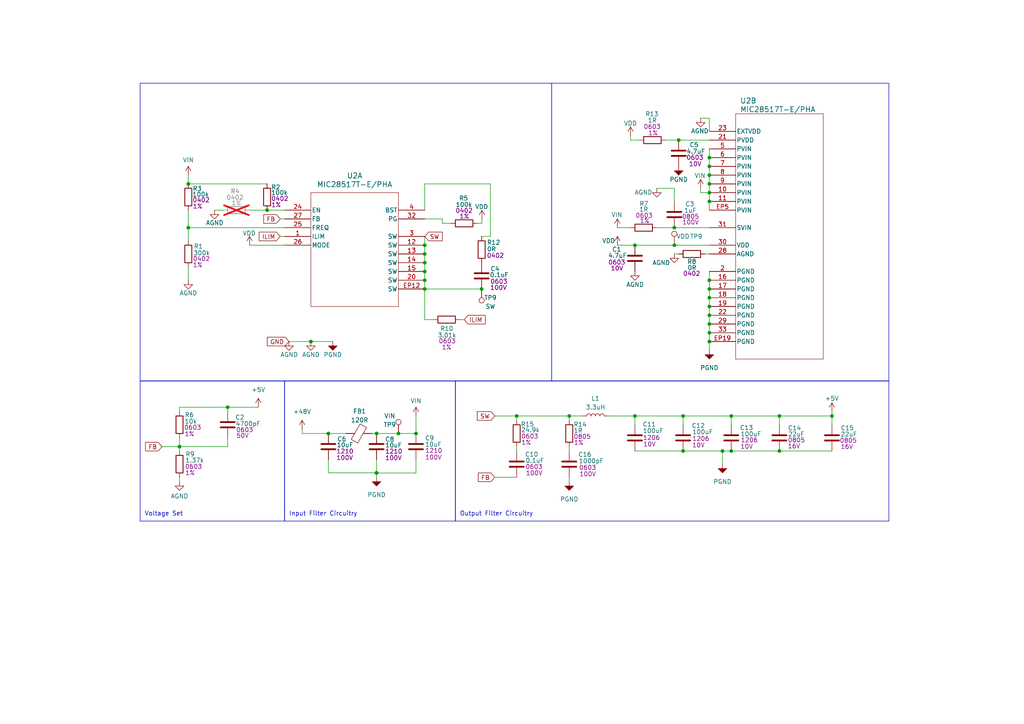
<source format=kicad_sch>
(kicad_sch (version 20230121) (generator eeschema)
  (paper "A4")
  (lib_symbols
    (symbol "Connector:TestPoint" (pin_numbers hide) (pin_names (offset 0.762) hide)
      (property "Reference" "TP" (at 0 6.858 0))
      (property "Value" "TestPoint" (at 0 5.08 0))
      (symbol "TestPoint_0_1"
        (circle (center 0 3.302) (radius 0.762))
      )
      (symbol "TestPoint_1_1"
        (pin passive line (at 0 0 90) (length 2.54) (name "1") (number "1"))
      )
    )
    (symbol "Device:C" (pin_numbers hide) (pin_names (offset 0.254))
      (property "Reference" "C" (at 0.635 2.54 0))
      (property "Value" "C" (at 0.635 -2.54 0))
      (symbol "C_0_1"
        (polyline (pts (xy -2.032 -0.762) (xy 2.032 -0.762)) (stroke (width 0.508)))
        (polyline (pts (xy -2.032 0.762) (xy 2.032 0.762)) (stroke (width 0.508)))
      )
      (symbol "C_1_1"
        (pin passive line (at 0 3.81 270) (length 2.794) (name "~") (number "1"))
        (pin passive line (at 0 -3.81 90) (length 2.794) (name "~") (number "2"))
      )
    )
    (symbol "Device:FerriteBead" (pin_numbers hide) (pin_names (offset 0))
      (property "Reference" "FB" (at -3.81 0.635 90))
      (property "Value" "FerriteBead" (at 3.81 0 90))
      (symbol "FerriteBead_0_1"
        (polyline (pts (xy 0 -1.27) (xy 0 -1.2192)))
        (polyline (pts (xy 0 1.27) (xy 0 1.2954)))
        (polyline (pts (xy -2.7686 0.4064) (xy -1.7018 2.2606) (xy 2.7686 -0.3048) (xy 1.6764 -2.159) (xy -2.7686 0.4064)))
      )
      (symbol "FerriteBead_1_1"
        (pin passive line (at 0 3.81 270) (length 2.54) (name "~") (number "1"))
        (pin passive line (at 0 -3.81 90) (length 2.54) (name "~") (number "2"))
      )
    )
    (symbol "Device:L" (pin_numbers hide) (pin_names (offset 1.016) hide)
      (property "Reference" "L" (at -1.27 0 90))
      (property "Value" "L" (at 1.905 0 90))
      (symbol "L_0_1"
        (arc (start 0 -2.54) (mid 0.6323 -1.905) (end 0 -1.27))
        (arc (start 0 -1.27) (mid 0.6323 -0.635) (end 0 0))
        (arc (start 0 0) (mid 0.6323 0.635) (end 0 1.27))
        (arc (start 0 1.27) (mid 0.6323 1.905) (end 0 2.54))
      )
      (symbol "L_1_1"
        (pin passive line (at 0 3.81 270) (length 1.27) (name "1") (number "1"))
        (pin passive line (at 0 -3.81 90) (length 1.27) (name "2") (number "2"))
      )
    )
    (symbol "Device:R" (pin_numbers hide) (pin_names (offset 0))
      (property "Reference" "R" (at 2.032 0 90))
      (property "Value" "R" (at 0 0 90))
      (symbol "R_0_1"
        (rectangle (start -1.016 -2.54) (end 1.016 2.54) (stroke (width 0.254)))
      )
      (symbol "R_1_1"
        (pin passive line (at 0 3.81 270) (length 1.27) (name "~") (number "1"))
        (pin passive line (at 0 -3.81 90) (length 1.27) (name "~") (number "2"))
      )
    )
    (symbol "MIC28517T-E-PHA:MIC28517T-E_PHA" (pin_names (offset 0.254))
      (property "Reference" "U" (at 20.32 10.16 0))
      (property "Value" "MIC28517T-E/PHA" (at 20.32 7.62 0))
      (symbol "MIC28517T-E_PHA_1_1"
        (polyline (pts (xy 7.62 -27.94) (xy 33.02 -27.94)) (stroke (width 0.127)))
        (polyline (pts (xy 7.62 5.08) (xy 7.62 -27.94)) (stroke (width 0.127)))
        (polyline (pts (xy 33.02 -27.94) (xy 33.02 5.08)) (stroke (width 0.127)))
        (polyline (pts (xy 33.02 5.08) (xy 7.62 5.08)) (stroke (width 0.127)))
        (pin input line (at 0 -7.62 0) (length 7.62) (name "ILIM") (number "1"))
        (pin output line (at 40.64 -10.16 180) (length 7.62) (name "SW") (number "12"))
        (pin output line (at 40.64 -12.7 180) (length 7.62) (name "SW") (number "13"))
        (pin output line (at 40.64 -15.24 180) (length 7.62) (name "SW") (number "14"))
        (pin output line (at 40.64 -17.78 180) (length 7.62) (name "SW") (number "15"))
        (pin output line (at 40.64 -20.32 180) (length 7.62) (name "SW") (number "20"))
        (pin input line (at 0 0 0) (length 7.62) (name "EN") (number "24"))
        (pin input line (at 0 -5.08 0) (length 7.62) (name "FREQ") (number "25"))
        (pin input line (at 0 -10.16 0) (length 7.62) (name "MODE") (number "26"))
        (pin input line (at 0 -2.54 0) (length 7.62) (name "FB") (number "27"))
        (pin output line (at 40.64 -7.62 180) (length 7.62) (name "SW") (number "3"))
        (pin output line (at 40.64 -2.54 180) (length 7.62) (name "PG") (number "32"))
        (pin output line (at 40.64 0 180) (length 7.62) (name "BST") (number "4"))
        (pin output line (at 40.64 -22.86 180) (length 7.62) (name "SW") (number "EP12"))
      )
      (symbol "MIC28517T-E_PHA_2_1"
        (polyline (pts (xy 7.62 -66.04) (xy 33.02 -66.04)) (stroke (width 0.127)))
        (polyline (pts (xy 7.62 5.08) (xy 7.62 -66.04)) (stroke (width 0.127)))
        (polyline (pts (xy 33.02 -66.04) (xy 33.02 5.08)) (stroke (width 0.127)))
        (polyline (pts (xy 33.02 5.08) (xy 7.62 5.08)) (stroke (width 0.127)))
        (pin power_in line (at 0 -17.78 0) (length 7.62) (name "PVIN") (number "10"))
        (pin power_in line (at 0 -20.32 0) (length 7.62) (name "PVIN") (number "11"))
        (pin power_out line (at 0 -43.18 0) (length 7.62) (name "PGND") (number "16"))
        (pin power_out line (at 0 -45.72 0) (length 7.62) (name "PGND") (number "17"))
        (pin power_out line (at 0 -48.26 0) (length 7.62) (name "PGND") (number "18"))
        (pin power_out line (at 0 -50.8 0) (length 7.62) (name "PGND") (number "19"))
        (pin power_out line (at 0 -40.64 0) (length 7.62) (name "PGND") (number "2"))
        (pin power_in line (at 0 -2.54 0) (length 7.62) (name "PVDD") (number "21"))
        (pin power_out line (at 0 -53.34 0) (length 7.62) (name "PGND") (number "22"))
        (pin power_in line (at 0 0 0) (length 7.62) (name "EXTVDD") (number "23"))
        (pin power_out line (at 0 -35.56 0) (length 7.62) (name "AGND") (number "28"))
        (pin power_out line (at 0 -55.88 0) (length 7.62) (name "PGND") (number "29"))
        (pin power_in line (at 0 -33.02 0) (length 7.62) (name "VDD") (number "30"))
        (pin power_in line (at 0 -27.94 0) (length 7.62) (name "SVIN") (number "31"))
        (pin power_out line (at 0 -58.42 0) (length 7.62) (name "PGND") (number "33"))
        (pin power_in line (at 0 -5.08 0) (length 7.62) (name "PVIN") (number "5"))
        (pin power_in line (at 0 -7.62 0) (length 7.62) (name "PVIN") (number "6"))
        (pin power_in line (at 0 -10.16 0) (length 7.62) (name "PVIN") (number "7"))
        (pin power_in line (at 0 -12.7 0) (length 7.62) (name "PVIN") (number "8"))
        (pin power_in line (at 0 -15.24 0) (length 7.62) (name "PVIN") (number "9"))
        (pin power_out line (at 0 -60.96 0) (length 7.62) (name "PGND") (number "EP19"))
        (pin power_in line (at 0 -22.86 0) (length 7.62) (name "PVIN") (number "EP5"))
      )
    )
    (symbol "power:+48V" (power) (pin_names (offset 0))
      (property "Value" "+48V" (at 0 3.556 0))
      (symbol "+48V_0_1"
        (polyline (pts (xy -0.762 1.27) (xy 0 2.54)))
        (polyline (pts (xy 0 0) (xy 0 2.54)))
        (polyline (pts (xy 0 2.54) (xy 0.762 1.27)))
      )
      (symbol "+48V_1_1"
        (pin power_in line (at 0 0 90) (length 0) hide (name "+48V") (number "1"))
      )
    )
    (symbol "power:+5V" (power) (pin_names (offset 0))
      (property "Value" "+5V" (at 0 3.556 0))
      (symbol "+5V_0_1"
        (polyline (pts (xy -0.762 1.27) (xy 0 2.54)))
        (polyline (pts (xy 0 0) (xy 0 2.54)))
        (polyline (pts (xy 0 2.54) (xy 0.762 1.27)))
      )
      (symbol "+5V_1_1"
        (pin power_in line (at 0 0 90) (length 0) hide (name "+5V") (number "1"))
      )
    )
    (symbol "power:GND" (power) (pin_names (offset 0))
      (property "Value" "AGND" (at 0 -4.2048 0))
      (symbol "GND_0_1"
        (polyline (pts (xy 0 0) (xy 0 -1.27) (xy 1.27 -1.27) (xy 0 -2.54) (xy -1.27 -1.27) (xy 0 -1.27)))
      )
      (symbol "GND_1_1"
        (pin power_in line (at 0 0 270) (length 0) hide (name "AGND") (number "1"))
      )
    )
    (symbol "power:GND1" (power) (pin_names (offset 0))
      (property "Value" "PGND" (at 0 -5.08 0))
      (symbol "GND1_1_1"
        (polyline (pts (xy 0 0) (xy 0 -1.27) (xy 1.27 -1.27) (xy 0 -2.54) (xy -1.27 -1.27) (xy 0 -1.27)) (fill (type outline)))
        (pin power_in line (at 0 0 270) (length 0) hide (name "PGND") (number "1"))
      )
    )
    (symbol "power:VCC" (power) (pin_names (offset 0))
      (property "Value" "VIN" (at 0 4.3872 0))
      (symbol "VCC_0_1"
        (polyline (pts (xy -0.762 1.27) (xy 0 2.54)))
        (polyline (pts (xy 0 0) (xy 0 2.54)))
        (polyline (pts (xy 0 2.54) (xy 0.762 1.27)))
      )
      (symbol "VCC_1_1"
        (pin power_in line (at 0 0 90) (length 0) hide (name "VIN") (number "1"))
      )
    )
    (symbol "power:VDD" (power) (pin_names (offset 0))
      (property "Value" "VDD" (at 0 3.81 0))
      (symbol "VDD_0_1"
        (polyline (pts (xy -0.762 1.27) (xy 0 2.54)))
        (polyline (pts (xy 0 0) (xy 0 2.54)))
        (polyline (pts (xy 0 2.54) (xy 0.762 1.27)))
      )
      (symbol "VDD_1_1"
        (pin power_in line (at 0 0 90) (length 0) hide (name "VDD") (number "1"))
      )
    )
  )
  (junction (at 109.22 137.1853))
  (junction (at 184.15 120.65))
  (junction (at 205.74 88.9))
  (junction (at 205.74 91.44))
  (junction (at 205.74 96.52))
  (junction (at 123.19 71.12))
  (junction (at 198.12 130.81))
  (junction (at 205.74 83.82))
  (junction (at 123.19 76.2))
  (junction (at 212.09 120.65))
  (junction (at 205.74 45.72))
  (junction (at 196.85 40.64))
  (junction (at 149.86 120.65))
  (junction (at 120.65 125.73))
  (junction (at 205.74 93.98))
  (junction (at 123.19 81.28))
  (junction (at 54.61 66.04))
  (junction (at 205.74 58.42))
  (junction (at 123.19 73.66))
  (junction (at 241.3 120.65))
  (junction (at 205.74 99.06))
  (junction (at 205.74 48.26))
  (junction (at 209.55 130.81))
  (junction (at 195.58 71.12))
  (junction (at 165.1 120.65))
  (junction (at 212.09 130.81))
  (junction (at 109.22 125.73))
  (junction (at 109.22 137.1446))
  (junction (at 184.15 71.12))
  (junction (at 205.74 55.88))
  (junction (at 139.7 83.82))
  (junction (at 198.12 120.65))
  (junction (at 77.47 60.96))
  (junction (at 226.06 120.65))
  (junction (at 123.19 83.82))
  (junction (at 54.61 53.34))
  (junction (at 115.57 125.73))
  (junction (at 66.04 118.11))
  (junction (at 95.25 125.73))
  (junction (at 123.19 78.74))
  (junction (at 205.74 53.34))
  (junction (at 52.07 129.54))
  (junction (at 226.06 130.81))
  (junction (at 205.74 86.36))
  (junction (at 195.58 66.04))
  (junction (at 205.74 50.8))
  (junction (at 205.74 81.28))
  (junction (at 90.17 99.06))
  (wire (pts (xy 179.07 66.04) (xy 182.88 66.04)))
  (wire (pts (xy 205.74 86.36) (xy 205.74 88.9)))
  (wire (pts (xy 107.95 125.73) (xy 109.22 125.73)))
  (wire (pts (xy 109.22 125.73) (xy 115.57 125.73)))
  (wire (pts (xy 184.15 71.12) (xy 195.58 71.12)))
  (wire (pts (xy 120.65 120.65) (xy 120.65 125.73)))
  (wire (pts (xy 52.07 127) (xy 52.07 129.54)))
  (wire (pts (xy 205.74 93.98) (xy 205.74 96.52)))
  (wire (pts (xy 52.07 129.54) (xy 66.04 129.54)))
  (wire (pts (xy 176.53 120.65) (xy 184.15 120.65)))
  (wire (pts (xy 46.99 129.54) (xy 52.07 129.54)))
  (wire (pts (xy 109.22 137.1853) (xy 120.65 137.1853)))
  (wire (pts (xy 123.19 83.82) (xy 139.7 83.82)))
  (wire (pts (xy 205.74 99.06) (xy 205.74 101.6)))
  (wire (pts (xy 205.74 96.52) (xy 205.74 99.06)))
  (wire (pts (xy 139.7847 64.77) (xy 139.7847 63.5563)))
  (wire (pts (xy 205.74 45.72) (xy 205.74 48.26)))
  (wire (pts (xy 184.15 130.81) (xy 198.12 130.81)))
  (wire (pts (xy 81.28 68.58) (xy 82.55 68.58)))
  (wire (pts (xy 123.19 78.74) (xy 123.19 81.28)))
  (wire (pts (xy 212.09 130.81) (xy 226.06 130.81)))
  (wire (pts (xy 52.07 118.11) (xy 52.07 119.38)))
  (wire (pts (xy 109.22 137.1446) (xy 109.22 137.1853)))
  (wire (pts (xy 123.19 63.5) (xy 128.27 63.5)))
  (wire (pts (xy 109.22 137.1446) (xy 109.22 133.35)))
  (wire (pts (xy 182.88 40.64) (xy 185.42 40.64)))
  (wire (pts (xy 123.19 76.2) (xy 123.19 78.74)))
  (wire (pts (xy 182.88 39.37) (xy 182.88 40.64)))
  (wire (pts (xy 142.24 68.58) (xy 139.7 68.58)))
  (wire (pts (xy 133.35 92.71) (xy 134.62 92.71)))
  (wire (pts (xy 205.74 50.8) (xy 205.74 53.34)))
  (wire (pts (xy 128.27 64.77) (xy 128.27 63.5)))
  (wire (pts (xy 123.19 53.34) (xy 123.19 60.96)))
  (wire (pts (xy 209.55 134.62) (xy 209.55 130.81)))
  (wire (pts (xy 205.74 48.26) (xy 205.74 50.8)))
  (wire (pts (xy 226.06 123.19) (xy 226.06 120.65)))
  (wire (pts (xy 203.2 55.88) (xy 205.74 55.88)))
  (wire (pts (xy 212.09 123.19) (xy 212.09 120.65)))
  (wire (pts (xy 54.61 66.04) (xy 82.55 66.04)))
  (wire (pts (xy 195.58 71.12) (xy 205.74 71.12)))
  (wire (pts (xy 226.06 130.81) (xy 241.3 130.81)))
  (wire (pts (xy 198.12 120.65) (xy 212.09 120.65)))
  (wire (pts (xy 52.07 138.43) (xy 52.07 139.7)))
  (wire (pts (xy 123.19 73.66) (xy 123.19 76.2)))
  (wire (pts (xy 81.28 63.5) (xy 82.55 63.5)))
  (wire (pts (xy 205.74 58.42) (xy 205.74 60.96)))
  (wire (pts (xy 165.1 121.92) (xy 165.1 120.65)))
  (wire (pts (xy 54.61 50.8) (xy 54.61 53.34)))
  (wire (pts (xy 120.65 137.1853) (xy 120.65 133.35)))
  (wire (pts (xy 198.12 120.65) (xy 184.15 120.65)))
  (wire (pts (xy 165.1 120.65) (xy 168.91 120.65)))
  (wire (pts (xy 149.86 129.54) (xy 149.86 130.81)))
  (wire (pts (xy 87.63 125.73) (xy 95.25 125.73)))
  (wire (pts (xy 142.24 53.34) (xy 142.24 68.58)))
  (wire (pts (xy 54.61 66.04) (xy 54.61 69.85)))
  (wire (pts (xy 138.43 64.77) (xy 139.7847 64.77)))
  (wire (pts (xy 87.63 124.46) (xy 87.63 125.73)))
  (wire (pts (xy 123.19 81.28) (xy 123.19 83.82)))
  (wire (pts (xy 115.57 125.73) (xy 120.65 125.73)))
  (wire (pts (xy 195.58 54.61) (xy 195.58 58.42)))
  (wire (pts (xy 123.19 71.12) (xy 123.19 73.66)))
  (wire (pts (xy 241.3 119.38) (xy 241.3 120.65)))
  (wire (pts (xy 149.86 120.65) (xy 149.86 121.92)))
  (wire (pts (xy 241.3 120.65) (xy 226.06 120.65)))
  (wire (pts (xy 72.39 71.12) (xy 82.55 71.12)))
  (wire (pts (xy 196.85 40.64) (xy 205.74 40.64)))
  (wire (pts (xy 205.74 91.44) (xy 205.74 93.98)))
  (wire (pts (xy 205.74 83.82) (xy 205.74 86.36)))
  (wire (pts (xy 123.19 53.34) (xy 142.24 53.34)))
  (wire (pts (xy 195.58 66.04) (xy 205.74 66.04)))
  (wire (pts (xy 72.39 60.96) (xy 77.47 60.96)))
  (wire (pts (xy 198.12 123.19) (xy 198.12 120.65)))
  (wire (pts (xy 195.58 73.66) (xy 196.85 73.66)))
  (wire (pts (xy 205.74 53.34) (xy 205.74 55.88)))
  (wire (pts (xy 143.51 138.43) (xy 149.86 138.43)))
  (wire (pts (xy 203.2 54.61) (xy 203.2 55.88)))
  (wire (pts (xy 128.27 64.77) (xy 130.81 64.77)))
  (wire (pts (xy 241.3 123.19) (xy 241.3 120.65)))
  (wire (pts (xy 123.19 83.82) (xy 123.19 92.71)))
  (wire (pts (xy 204.47 73.66) (xy 205.74 73.66)))
  (wire (pts (xy 149.86 120.65) (xy 165.1 120.65)))
  (wire (pts (xy 62.23 60.96) (xy 64.77 60.96)))
  (wire (pts (xy 205.74 81.28) (xy 205.74 83.82)))
  (wire (pts (xy 226.06 120.65) (xy 212.09 120.65)))
  (wire (pts (xy 66.04 119.38) (xy 66.04 118.11)))
  (wire (pts (xy 205.74 34.29) (xy 205.74 38.1)))
  (wire (pts (xy 109.22 137.1853) (xy 109.22 138.43)))
  (wire (pts (xy 95.25 125.73) (xy 100.33 125.73)))
  (wire (pts (xy 66.04 127) (xy 66.04 129.54)))
  (wire (pts (xy 66.04 118.11) (xy 74.93 118.11)))
  (wire (pts (xy 95.25 137.1446) (xy 109.22 137.1446)))
  (wire (pts (xy 190.5 54.61) (xy 195.58 54.61)))
  (wire (pts (xy 205.74 78.74) (xy 205.74 81.28)))
  (wire (pts (xy 54.61 60.96) (xy 54.61 66.04)))
  (wire (pts (xy 205.74 88.9) (xy 205.74 91.44)))
  (wire (pts (xy 165.1 138.43) (xy 165.1 139.7)))
  (wire (pts (xy 54.61 77.47) (xy 54.61 81.28)))
  (wire (pts (xy 184.15 120.65) (xy 184.15 123.19)))
  (wire (pts (xy 123.19 68.58) (xy 123.19 71.12)))
  (wire (pts (xy 143.51 120.65) (xy 149.86 120.65)))
  (wire (pts (xy 205.74 43.18) (xy 205.74 45.72)))
  (wire (pts (xy 165.1 129.54) (xy 165.1 130.81)))
  (wire (pts (xy 77.47 60.96) (xy 82.55 60.96)))
  (wire (pts (xy 54.61 53.34) (xy 77.47 53.34)))
  (wire (pts (xy 83.82 99.06) (xy 90.17 99.06)))
  (wire (pts (xy 52.07 129.54) (xy 52.07 130.81)))
  (wire (pts (xy 205.74 55.88) (xy 205.74 58.42)))
  (wire (pts (xy 90.17 99.06) (xy 96.52 99.06)))
  (wire (pts (xy 95.25 137.1446) (xy 95.25 133.35)))
  (wire (pts (xy 190.5 66.04) (xy 195.58 66.04)))
  (wire (pts (xy 125.73 92.71) (xy 123.19 92.71)))
  (wire (pts (xy 52.07 118.11) (xy 66.04 118.11)))
  (wire (pts (xy 193.04 40.64) (xy 196.85 40.64)))
  (wire (pts (xy 198.12 130.81) (xy 209.55 130.81)))
  (wire (pts (xy 203.2 34.29) (xy 205.74 34.29)))
  (wire (pts (xy 179.07 71.12) (xy 184.15 71.12)))
  (wire (pts (xy 209.55 130.81) (xy 212.09 130.81)))
  (rectangle (start 132.08 110.49) (end 257.81 151.13))
  (rectangle (start 160.02 24.13) (end 257.81 110.49))
  (rectangle (start 40.64 24.13) (end 160.02 110.49))
  (rectangle (start 40.64 110.49) (end 82.55 151.13))
  (rectangle (start 82.55 110.49) (end 132.08 151.13))
  (text "Voltage Set" (at 41.91 149.86 0) (effects (font (size 1.27 1.27)) (justify left bottom)))
  (text "Input Filter Circuitry" (at 83.82 149.86 0) (effects (font (size 1.27 1.27)) (justify left bottom)))
  (text "Output Filter Circuitry" (at 133.35 149.86 0) (effects (font (size 1.27 1.27)) (justify left bottom)))
  (global_label "ILIM" (shape input) (at 81.28 68.58 180) (property "Intersheetrefs" "${INTERSHEET_REFS}" (effects hide)))
  (global_label "FB" (shape input) (at 143.51 138.43 180) (property "Intersheetrefs" "${INTERSHEET_REFS}" (effects hide)))
  (global_label "GND" (shape input) (at 83.82 99.06 180) (property "Intersheetrefs" "${INTERSHEET_REFS}" (effects hide)))
  (global_label "FB" (shape input) (at 46.99 129.54 180) (property "Intersheetrefs" "${INTERSHEET_REFS}" (effects hide)))
  (global_label "SW" (shape input) (at 143.51 120.65 180) (property "Intersheetrefs" "${INTERSHEET_REFS}" (effects hide)))
  (global_label "FB" (shape input) (at 81.28 63.5 180) (property "Intersheetrefs" "${INTERSHEET_REFS}" (effects hide)))
  (global_label "ILIM" (shape input) (at 134.62 92.71 0) (property "Intersheetrefs" "${INTERSHEET_REFS}" (effects hide)))
  (global_label "SW" (shape input) (at 123.19 68.58 0) (property "Intersheetrefs" "${INTERSHEET_REFS}" (effects hide)))
  (symbol (lib_id "power:+5V") (at 241.3 119.38 0) (unit 1)
    (property "Reference" "#PWR047" (effects hide))
    (property "Value" "+5V" (at 241.3 115.57 0))
  )
  (symbol (lib_id "Device:R") (at 129.54 92.71 90) (unit 1)
    (property "Reference" "R10" (at 129.5806 95.304 90))
    (property "Value" "3.01k" (at 129.6333 97.2393 90))
    (property "Footprint" "Resistor_SMD:R_0603_1608Metric_Pad0.98x0.95mm_HandSolder" (effects hide))
    (property "Voltage" "N/A" (effects hide))
    (property "Package" "0603" (at 129.7146 98.9062 90))
    (property "Tolerance" "1%" (at 129.552 100.695 90))
    (property "Vendor" "https://www.digikey.com/en/products/detail/yageo/RC0603FR-073K01L/727121?s=N4IgTCBcDaIMwEYEFo4DoAMCDSAJASgCr7IByAIiALoC%2BQA" (effects hide))
  )
  (symbol (lib_id "Device:C") (at 149.86 134.62 0) (unit 1)
    (property "Reference" "C10" (at 152.2531 131.7843 0) (effects (justify left)))
    (property "Value" "0.1uF" (at 152.3751 133.5731 0) (effects (justify left)))
    (property "Footprint" "Capacitor_SMD:C_0603_1608Metric_Pad1.08x0.95mm_HandSolder" (effects hide))
    (property "Package" "0603" (at 154.8956 135.3619 0))
    (property "Tolerance" "N/A" (effects hide))
    (property "Voltage" "100V" (at 154.9363 137.1914 0))
    (property "Vendor" "https://www.digikey.com/en/products/detail/w%C3%BCrth-elektronik/885012206120/11479578?s=N4IgTCBcDaIOwGYwFoAcqCsAGAjGMWAbHlgCoBKyAcgCIgC6AvkA" (effects hide))
  )
  (symbol (lib_id "Device:R") (at 149.86 125.73 180) (unit 1)
    (property "Reference" "R15" (at 152.9848 123.0435 0))
    (property "Value" "24.9k" (at 153.8386 124.7104 0))
    (property "Footprint" "Resistor_SMD:R_0603_1608Metric_Pad0.98x0.95mm_HandSolder" (effects hide))
    (property "Voltage" "N/A" (effects hide))
    (property "Package" "0603" (at 153.676 126.5398 0))
    (property "Tolerance" "1%" (at 152.619 128.3286 0))
    (property "Vendor" "https://www.digikey.com/en/products/detail/yageo/RC0603FR-0724K9L/727080?s=N4IgTCBcDaIMwEYEFowBYB0BOA0gCQCUBhAFWQDkAREAXQF8g" (effects hide))
  )
  (symbol (lib_id "Device:R") (at 134.62 64.77 90) (unit 1)
    (property "Reference" "R5" (at 134.4679 57.4866 90))
    (property "Value" "100k" (at 134.5612 59.3606 90))
    (property "Footprint" "Resistor_SMD:R_0402_1005Metric_Pad0.72x0.64mm_HandSolder" (effects hide))
    (property "Package" "0402" (at 134.6019 61.0681 90))
    (property "Tolerance" "1%" (at 134.6832 62.735 90))
    (property "Voltage" "N/A" (effects hide))
    (property "Vendor" "https://www.digikey.com/en/products/detail/koa-speer-electronics-inc/RK73H1ETTP1003F/9844156?s=N4IgTCBcDaIGxwAwFoBKBpA7AZgBIEYBRAFWIAV9FFsAxEAXQF8g" (effects hide))
  )
  (symbol (lib_id "Device:C") (at 198.12 127 0) (unit 1)
    (property "Reference" "C12" (at 200.5876 123.444 0) (effects (justify left)))
    (property "Value" "100uF" (at 200.7503 125.2735 0) (effects (justify left)))
    (property "Footprint" "Capacitor_SMD:C_1206_3216Metric_Pad1.33x1.80mm_HandSolder" (effects hide))
    (property "Package" "1206" (at 203.2709 127.2249 0))
    (property "Tolerance" "N/A" (effects hide))
    (property "Voltage" "10V" (at 202.5797 129.095 0))
    (property "Vendor" "https://www.digikey.com/en/products/detail/samsung-electro-mechanics/CL31A107MQHNNNE/3889868" (effects hide))
  )
  (symbol (lib_id "MIC28517T-E-PHA:MIC28517T-E_PHA") (at 205.74 38.1 0) (unit 2)
    (property "Reference" "U2" (at 214.63 29.21 0) (effects (font (size 1.524 1.524)) (justify left)))
    (property "Value" "MIC28517T-E/PHA" (at 214.63 31.75 0) (effects (font (size 1.524 1.524)) (justify left)))
    (property "Footprint" "VQFN32_6X6_3EP_PHA_MCH" (effects hide))
    (property "Datasheet" "MIC28517T-E/PHA" (effects hide))
    (property "Package" "N/A" (effects hide))
    (property "Tolerance" "N/A" (effects hide))
    (property "Voltage" "N/A" (effects hide))
    (property "Vendor" "https://www.microchip.com/en-us/product/mic28517" (effects hide))
  )
  (symbol (lib_id "power:+48V") (at 87.63 124.46 0) (mirror y) (unit 1)
    (property "Reference" "#PWR014" (effects hide))
    (property "Value" "+48V" (at 87.63 119.38 0))
  )
  (symbol (lib_id "Device:C") (at 95.25 129.54 0) (unit 1)
    (property "Reference" "C6" (at 97.7926 127.3469 0) (effects (justify left)))
    (property "Value" "10uF" (at 97.6299 129.0544 0) (effects (justify left)))
    (property "Footprint" "Capacitor_SMD:C_1210_3225Metric_Pad1.33x2.70mm_HandSolder" (effects hide))
    (property "Package" "1210" (at 100.0691 130.8838 0))
    (property "Tolerance" "N/A" (effects hide))
    (property "Voltage" "100V" (at 99.9878 132.7539 0))
    (property "Vendor" "https://www.digikey.com/en/products/detail/murata-electronics/GRM32EC72A106KE05L/7319245?s=N4IgTCBcDaICwE4AMBaAjANjBj6UDkAREAXQF8g" (effects hide))
  )
  (symbol (lib_id "power:GND") (at 90.17 99.06 0) (unit 1)
    (property "Reference" "#PWR049" (effects hide))
    (property "Value" "GND" (at 90.17 102.87 0))
  )
  (symbol (lib_id "Device:C") (at 165.1 134.62 0) (unit 1)
    (property "Reference" "C16" (at 167.7018 131.8249 0) (effects (justify left)))
    (property "Value" "1000pF" (at 167.8238 133.695 0) (effects (justify left)))
    (property "Footprint" "Capacitor_SMD:C_0603_1608Metric_Pad1.08x0.95mm_HandSolder" (effects hide))
    (property "Package" "0603" (at 170.4257 135.6058 0))
    (property "Tolerance" "N/A" (effects hide))
    (property "Voltage" "100V" (at 170.4663 137.4759 0))
    (property "Vendor" "https://www.digikey.com/en/products/detail/w%C3%BCrth-elektronik/885012206120/11479578?s=N4IgTCBcDaIOwGYwFoAcqCsAGAjGMWAbHlgCoBKyAcgCIgC6AvkA" (effects hide))
  )
  (symbol (lib_id "power:VCC") (at 54.61 50.8 0) (unit 1)
    (property "Reference" "#PWR08" (effects hide))
    (property "Value" "VIN" (at 54.61 46.4128 0))
  )
  (symbol (lib_id "Device:C") (at 109.22 129.54 0) (unit 1)
    (property "Reference" "C8" (at 111.6964 127.4282 0) (effects (justify left)))
    (property "Value" "10uF" (at 111.6964 129.1357 0) (effects (justify left)))
    (property "Footprint" "Capacitor_SMD:C_1210_3225Metric_Pad1.33x2.70mm_HandSolder" (effects hide))
    (property "Package" "1210" (at 114.2169 130.9245 0))
    (property "Tolerance" "N/A" (effects hide))
    (property "Voltage" "100V" (at 114.1356 132.7946 0))
    (property "Vendor" "https://www.digikey.com/en/products/detail/murata-electronics/GRM32EC72A106KE05L/7319245?s=N4IgTCBcDaICwE4AMBaAjANjBj6UDkAREAXQF8g" (effects hide))
  )
  (symbol (lib_id "power:GND1") (at 205.74 101.6 0) (unit 1)
    (property "Reference" "#PWR045" (effects hide))
    (property "Value" "PGND" (at 205.74 106.68 0))
  )
  (symbol (lib_id "Connector:TestPoint") (at 115.57 125.73 0) (unit 1)
    (property "Reference" "TP9" (at 113.03 123.19 0))
    (property "Value" "VIN" (at 113.03 120.65 0))
    (property "Footprint" "TestPoint:TestPoint_Loop_D2.50mm_Drill1.0mm" (effects hide))
    (property "Package" "N/A" (effects hide))
    (property "Tolerance" "N/A" (effects hide))
    (property "Voltage" "N/A" (effects hide))
    (property "Vendor" "N/A" (effects hide))
  )
  (symbol (lib_id "Device:C") (at 241.3 127 0) (unit 1)
    (property "Reference" "C15" (at 243.8035 124.1352 0) (effects (justify left)))
    (property "Value" "22uF" (at 243.7628 125.9646 0) (effects (justify left)))
    (property "Footprint" "Capacitor_SMD:C_0805_2012Metric_Pad1.18x1.45mm_HandSolder" (effects hide))
    (property "Package" "0805" (at 246.0395 127.7534 0))
    (property "Tolerance" "N/A" (effects hide))
    (property "Voltage" "16V" (at 245.633 129.5422 0))
    (property "Vendor" "https://www.digikey.com/en/products/detail/murata-electronics/GRM21BC81C226ME44L/4905510?s=N4IgTCBcDaIBwEYC0BxASgWTAgQgYUTzDADYMBRAFgBkQBdAXyA" (effects hide))
  )
  (symbol (lib_id "Device:R") (at 54.61 73.66 0) (unit 1)
    (property "Reference" "R1" (at 56.1753 71.4529 0) (effects (justify left)))
    (property "Value" "300k" (at 56.0489 73.3681 0) (effects (justify left)))
    (property "Footprint" "Resistor_SMD:R_0402_1005Metric_Pad0.72x0.64mm_HandSolder" (effects hide))
    (property "Package" "0402" (at 58.4339 75.0485 0))
    (property "Tolerance" "1%" (at 57.3317 76.8193 0))
    (property "Voltage" "N/A" (effects hide))
    (property "Vendor" "https://www.digikey.com/en/products/detail/panasonic-electronic-components/ERJ-2RKF3003X/1746185?s=N4IgTCBcDaIAoGYAMSDSAZAKgJQLQDkAREAXQF8g" (effects hide))
  )
  (symbol (lib_id "power:+5V") (at 74.93 118.11 0) (unit 1)
    (property "Reference" "#PWR013" (effects hide))
    (property "Value" "+5V" (at 74.93 113.03 0))
  )
  (symbol (lib_id "power:VDD") (at 182.88 39.37 0) (mirror y) (unit 1)
    (property "Reference" "#PWR033" (effects hide))
    (property "Value" "VDD" (at 182.8321 35.7784 0))
  )
  (symbol (lib_id "power:VDD") (at 139.7847 63.5563 0) (mirror y) (unit 1)
    (property "Reference" "#PWR028" (effects hide))
    (property "Value" "VDD" (at 139.6922 59.9787 0))
  )
  (symbol (lib_id "Device:C") (at 120.65 129.54 0) (unit 1)
    (property "Reference" "C9" (at 123.2423 127.0623 0) (effects (justify left)))
    (property "Value" "10uF" (at 123.2423 128.8917 0) (effects (justify left)))
    (property "Footprint" "Capacitor_SMD:C_1210_3225Metric_Pad1.33x2.70mm_HandSolder" (effects hide))
    (property "Package" "1210" (at 125.8035 130.6805 0))
    (property "Tolerance" "N/A" (effects hide))
    (property "Voltage" "100V" (at 125.7222 132.632 0))
    (property "Vendor" "https://www.digikey.com/en/products/detail/murata-electronics/GRM32EC72A106KE05L/7319245?s=N4IgTCBcDaICwE4AMBaAjANjBj6UDkAREAXQF8g" (effects hide))
  )
  (symbol (lib_id "Device:R") (at 186.69 66.04 90) (unit 1)
    (property "Reference" "R7" (at 186.7442 59.0627 90))
    (property "Value" "1R" (at 186.7079 60.7098 90))
    (property "Footprint" "Resistor_SMD:R_0603_1608Metric_Pad0.98x0.95mm_HandSolder" (effects hide))
    (property "Package" "0603" (at 186.8163 62.4986 90))
    (property "Tolerance" "1%" (at 186.9789 63.9892 90))
    (property "Voltage" "N/A" (effects hide))
    (property "Vendor" "https://www.digikey.com/en/products/detail/stackpole-electronics-inc/RNCP0603FTD1R00/2240072?s=N4IgTCBcDaIEoDkDCAFADANjQZgGIBUARARjjTSXwFoFCQBdAXyA" (effects hide))
  )
  (symbol (lib_id "Device:R") (at 139.7 72.39 180) (unit 1)
    (property "Reference" "R12" (at 141.2199 70.326 0) (effects (justify right)))
    (property "Value" "0R" (at 141.2199 72.2367 0) (effects (justify right)))
    (property "Footprint" "Resistor_SMD:R_0402_1005Metric_Pad0.72x0.64mm_HandSolder" (effects hide))
    (property "Voltage" "N/A" (effects hide))
    (property "Package" "0402" (at 143.6998 74.1068 0))
    (property "Tolerance" "N/A" (effects hide))
    (property "Vendor" "https://www.digikey.com/en/products/detail/panasonic-electronic-components/ERJ-2GE0R00X/146727?s=N4IgTCBcDaIAoAYB0CBSBhAKgWgHIBEQBdAXyA" (effects hide))
  )
  (symbol (lib_id "Device:C") (at 66.04 123.19 0) (unit 1)
    (property "Reference" "C2" (at 68.2163 121.0454 0) (effects (justify left)))
    (property "Value" "4700pF" (at 68.2977 122.9155 0) (effects (justify left)))
    (property "Footprint" "Capacitor_SMD:C_0603_1608Metric_Pad1.08x0.95mm_HandSolder" (effects hide))
    (property "Package" "0603" (at 70.9809 124.6637 0))
    (property "Tolerance" "N/A" (effects hide))
    (property "Voltage" "50V" (at 70.3575 126.3441 0))
    (property "Vendor" "https://www.digikey.com/en/products/detail/kemet/C0603C472K5RACAUTO/3314891?s=N4IgTCBcDaIMwE4EFoBsAOBrkEZkDkAREAXQF8g" (effects hide))
  )
  (symbol (lib_id "Device:R") (at 77.47 57.15 0) (unit 1)
    (property "Reference" "R2" (at 78.644 54.2876 0) (effects (justify left)))
    (property "Value" "100k" (at 78.6022 55.8805 0) (effects (justify left)))
    (property "Footprint" "Resistor_SMD:R_0402_1005Metric_Pad0.72x0.64mm_HandSolder" (effects hide))
    (property "Package" "0402" (at 81.1679 57.597 0))
    (property "Tolerance" "1%" (at 80.1019 59.4039 0))
    (property "Voltage" "N/A" (effects hide))
    (property "Vendor" "https://www.digikey.com/en/products/detail/koa-speer-electronics-inc/RK73H1ETTP1003F/9844156?s=N4IgTCBcDaIGxwAwFoBKBpA7AZgBIEYBRAFWIAV9FFsAxEAXQF8g" (effects hide))
  )
  (symbol (lib_id "Device:C") (at 139.7 80.01 0) (unit 1)
    (property "Reference" "C4" (at 142.2363 77.9691 0) (effects (justify left)))
    (property "Value" "0.1uF" (at 142.033 79.7172 0) (effects (justify left)))
    (property "Footprint" "Capacitor_SMD:C_0603_1608Metric_Pad1.08x0.95mm_HandSolder" (effects hide))
    (property "Package" "0603" (at 144.7162 81.628 0))
    (property "Tolerance" "N/A" (effects hide))
    (property "Voltage" "100V" (at 144.5942 83.4168 0))
    (property "Vendor" "https://www.digikey.com/en/products/detail/w%C3%BCrth-elektronik/885012206120/11479578?s=N4IgTCBcDaIOwGYwFoAcqCsAGAjGMWAbHlgCoBKyAcgCIgC6AvkA" (effects hide))
  )
  (symbol (lib_id "power:GND") (at 62.23 60.96 0) (unit 1)
    (property "Reference" "#PWR011" (effects hide))
    (property "Value" "AGND" (at 62.268 64.64 0))
  )
  (symbol (lib_id "power:GND1") (at 165.1 139.7 0) (unit 1)
    (property "Reference" "#PWR030" (effects hide))
    (property "Value" "PGND" (at 165.1 144.78 0))
  )
  (symbol (lib_id "Device:C") (at 226.06 127 0) (unit 1)
    (property "Reference" "C14" (at 228.5174 124.1352 0) (effects (justify left)))
    (property "Value" "22uF" (at 228.5174 125.924 0) (effects (justify left)))
    (property "Footprint" "Capacitor_SMD:C_0805_2012Metric_Pad1.18x1.45mm_HandSolder" (effects hide))
    (property "Package" "0805" (at 230.9973 127.6315 0))
    (property "Tolerance" "N/A" (effects hide))
    (property "Voltage" "16V" (at 230.3062 129.3796 0))
    (property "Vendor" "https://www.digikey.com/en/products/detail/murata-electronics/GRM21BC81C226ME44L/4905510?s=N4IgTCBcDaIBwEYC0BxASgWTAgQgYUTzDADYMBRAFgBkQBdAXyA" (effects hide))
  )
  (symbol (lib_id "power:GND1") (at 109.22 138.43 0) (unit 1)
    (property "Reference" "#PWR017" (effects hide))
    (property "Value" "PGND" (at 109.22 143.51 0))
  )
  (symbol (lib_id "Device:C") (at 195.58 62.23 180) (unit 1)
    (property "Reference" "C3" (at 201.4248 59.1921 0) (effects (justify left)))
    (property "Value" "1uF" (at 202.0482 61.0351 0) (effects (justify left)))
    (property "Footprint" "Capacitor_SMD:C_0805_2012Metric_Pad1.18x1.45mm_HandSolder" (effects hide))
    (property "Package" "0805" (at 200.2865 62.7968 0))
    (property "Tolerance" "N/A" (effects hide))
    (property "Voltage" "100V" (at 200.3136 64.4501 0))
    (property "Vendor" "https://www.digikey.com/en/products/detail/murata-electronics/GCM21BC72A105KE36L/6606065?s=N4IgTCBcDaICwE4AMBaAjHOBmAbCsKAcgCIgC6AvkA" (effects hide))
  )
  (symbol (lib_id "power:GND1") (at 96.52 99.06 0) (unit 1)
    (property "Reference" "#PWR050" (effects hide))
    (property "Value" "PGND" (at 96.52 102.87 0))
  )
  (symbol (lib_id "Device:R") (at 200.66 73.66 90) (unit 1)
    (property "Reference" "R8" (at 200.6719 75.8539 90))
    (property "Value" "0R" (at 200.7202 77.6221 90))
    (property "Footprint" "Resistor_SMD:R_0402_1005Metric_Pad0.72x0.64mm_HandSolder" (effects hide))
    (property "Voltage" "N/A" (effects hide))
    (property "Package" "0402" (at 200.6177 79.3231 90))
    (property "Tolerance" "N/A" (effects hide))
    (property "Vendor" "https://www.digikey.com/en/products/detail/panasonic-electronic-components/ERJ-2GE0R00X/146727?s=N4IgTCBcDaIAoAYB0CBSBhAKgWgHIBEQBdAXyA" (effects hide))
  )
  (symbol (lib_id "power:VCC") (at 179.07 66.04 0) (unit 1)
    (property "Reference" "#PWR031" (effects hide))
    (property "Value" "VIN" (at 178.9022 62.3089 0))
  )
  (symbol (lib_id "power:VCC") (at 203.2 54.61 0) (unit 1)
    (property "Reference" "#PWR044" (effects hide))
    (property "Value" "VIN" (at 203.0239 50.9528 0))
  )
  (symbol (lib_id "Connector:TestPoint") (at 195.58 71.12 0) (unit 1)
    (property "Reference" "TP9" (at 201.93 68.58 0))
    (property "Value" "VDD" (at 198.12 68.58 0))
    (property "Footprint" "TestPoint:TestPoint_Loop_D2.50mm_Drill1.0mm" (effects hide))
    (property "Package" "N/A" (effects hide))
    (property "Tolerance" "N/A" (effects hide))
    (property "Voltage" "N/A" (effects hide))
    (property "Vendor" "N/A" (effects hide))
    (instances (project "dmxRx" (path "" (reference "TP9") (unit 1)) (path "" (reference "TP12") (unit 1))))
  )
  (symbol (lib_id "power:GND") (at 190.5 54.61 0) (unit 1)
    (property "Reference" "#PWR039" (effects hide))
    (property "Value" "AGND" (at 186.6266 55.8041 0))
  )
  (symbol (lib_id "power:GND") (at 83.82 99.06 0) (unit 1)
    (property "Reference" "#PWR048" (effects hide))
    (property "Value" "AGND" (at 83.8708 102.8613 0))
  )
  (symbol (lib_id "Device:R") (at 54.61 57.15 0) (unit 1)
    (property "Reference" "R3" (at 55.8591 54.7032 0) (effects (justify left)))
    (property "Value" "100k" (at 55.7688 56.3835 0) (effects (justify left)))
    (property "Footprint" "Resistor_SMD:R_0402_1005Metric_Pad0.72x0.64mm_HandSolder" (effects hide))
    (property "Package" "0402" (at 58.3526 57.9917 0))
    (property "Tolerance" "1%" (at 57.3227 59.8347 0))
    (property "Voltage" "N/A" (effects hide))
    (property "Vendor" "https://www.digikey.com/en/products/detail/koa-speer-electronics-inc/RK73H1ETTP1003F/9844156?s=N4IgTCBcDaIGxwAwFoBKBpA7AZgBIEYBRAFWIAV9FFsAxEAXQF8g" (effects hide))
  )
  (symbol (lib_id "Device:R") (at 189.23 40.64 90) (unit 1)
    (property "Reference" "R13" (at 189.0795 33.0647 90))
    (property "Value" "1R" (at 189.2014 34.8942 90))
    (property "Footprint" "Resistor_SMD:R_0603_1608Metric_Pad0.98x0.95mm_HandSolder" (effects hide))
    (property "Package" "0603" (at 189.1608 36.7236 90))
    (property "Tolerance" "1%" (at 189.4047 38.5531 90))
    (property "Voltage" "N/A" (effects hide))
    (property "Vendor" "https://www.digikey.com/en/products/detail/stackpole-electronics-inc/RNCP0603FTD1R00/2240072?s=N4IgTCBcDaIEoDkDCAFADANjQZgGIBUARARjjTSXwFoFCQBdAXyA" (effects hide))
  )
  (symbol (lib_id "Device:C") (at 212.09 127 0) (unit 1)
    (property "Reference" "C13" (at 214.5728 124.0538 0) (effects (justify left)))
    (property "Value" "100uF" (at 214.7355 125.8833 0) (effects (justify left)))
    (property "Footprint" "Capacitor_SMD:C_1206_3216Metric_Pad1.33x1.80mm_HandSolder" (effects hide))
    (property "Package" "1206" (at 217.3373 127.6315 0))
    (property "Tolerance" "N/A" (effects hide))
    (property "Voltage" "10V" (at 216.5649 129.5016 0))
    (property "Vendor" "https://www.digikey.com/en/products/detail/samsung-electro-mechanics/CL31A107MQHNNNE/3889868" (effects hide))
  )
  (symbol (lib_id "power:GND") (at 54.61 81.28 0) (unit 1)
    (property "Reference" "#PWR010" (effects hide))
    (property "Value" "AGND" (at 54.6245 84.9904 0))
  )
  (symbol (lib_id "power:GND") (at 195.58 73.66 0) (unit 1)
    (property "Reference" "#PWR040" (effects hide))
    (property "Value" "AGND" (at 191.77 76.2 0))
  )
  (symbol (lib_id "power:GND1") (at 196.85 48.26 0) (unit 1)
    (property "Reference" "#PWR042" (effects hide))
    (property "Value" "PGND" (at 196.85 52.07 0))
  )
  (symbol (lib_id "power:GND") (at 184.15 78.74 0) (unit 1)
    (property "Reference" "#PWR034" (effects hide))
    (property "Value" "AGND" (at 184.2008 82.5413 0))
  )
  (symbol (lib_id "power:GND") (at 52.07 139.7 0) (unit 1)
    (property "Reference" "#PWR06" (effects hide))
    (property "Value" "AGND" (at 52.07 143.9048 0))
  )
  (symbol (lib_id "power:GND1") (at 209.55 134.62 0) (unit 1)
    (property "Reference" "#PWR046" (effects hide))
    (property "Value" "PGND" (at 209.55 139.7 0))
  )
  (symbol (lib_id "Device:R") (at 68.58 60.96 90) (unit 1) (dnp yes)
    (property "Reference" "R4" (at 69.5675 55.4699 90) (effects (justify left)))
    (property "Value" "0R" (effects hide))
    (property "Footprint" "Resistor_SMD:R_0402_1005Metric_Pad0.72x0.64mm_HandSolder" (effects hide))
    (property "Package" "0402" (at 68.17 57.276 90))
    (property "Tolerance" "1%" (at 68.557 58.9101 90))
    (property "Voltage" "N/A" (effects hide))
    (property "Vendor" "https://www.digikey.com/en/products/detail/koa-speer-electronics-inc/RK73H1ETTP1003F/9844156?s=N4IgTCBcDaIGxwAwFoBKBpA7AZgBIEYBRAFWIAV9FFsAxEAXQF8g" (effects hide))
  )
  (symbol (lib_id "Device:R") (at 52.07 134.62 180) (unit 1)
    (property "Reference" "R9" (at 53.7704 131.7105 0) (effects (justify right)))
    (property "Value" "1.37k" (at 53.7162 133.4993 0) (effects (justify right)))
    (property "Footprint" "Resistor_SMD:R_0603_1608Metric_Pad0.98x0.95mm_HandSolder" (effects hide))
    (property "Voltage" "N/A" (effects hide))
    (property "Package" "0603" (at 56.1555 135.3152 0))
    (property "Tolerance" "1%" (at 55.1256 137.1311 0))
    (property "Vendor" "https://www.digikey.com/en/products/detail/yageo/RC0603FR-071K37L/726860?s=N4IgTCBcDaIMwEYEFoEDo4HYDSAJASgMIAqyAcgCIgC6AvkA" (effects hide))
  )
  (symbol (lib_id "Connector:TestPoint") (at 139.7 83.82 180) (unit 1)
    (property "Reference" "TP9" (at 142.24 86.36 0))
    (property "Value" "SW" (at 142.24 88.9 0))
    (property "Footprint" "TestPoint:TestPoint_Loop_D2.50mm_Drill1.0mm" (effects hide))
    (property "Package" "N/A" (effects hide))
    (property "Tolerance" "N/A" (effects hide))
    (property "Voltage" "N/A" (effects hide))
    (property "Vendor" "N/A" (effects hide))
    (instances (project "dmxRx" (path "" (reference "TP9") (unit 1)) (path "" (reference "TP11") (unit 1))))
  )
  (symbol (lib_id "power:VDD") (at 72.39 71.12 0) (mirror y) (unit 1)
    (property "Reference" "#PWR012" (effects hide))
    (property "Value" "VDD" (at 72.2832 67.6714 0))
  )
  (symbol (lib_id "Device:R") (at 52.07 123.19 180) (unit 1)
    (property "Reference" "R6" (at 53.5807 120.3543 0) (effects (justify right)))
    (property "Value" "10k" (at 53.4994 122.2244 0) (effects (justify right)))
    (property "Footprint" "Resistor_SMD:R_0603_1608Metric_Pad0.98x0.95mm_HandSolder" (effects hide))
    (property "Package" "0603" (at 55.898 123.9726 0))
    (property "Tolerance" "1%" (at 54.9629 125.8427 0))
    (property "Voltage" "N/A" (effects hide))
    (property "Vendor" "https://www.digikey.com/en/products/detail/yageo/AC0603FR-1010KL/13694182?s=N4IgTCBcDaIIIGEAMA2JBmAYgJQLQEYlCBpAGQAIBPAQwHMBTAexAF0BfIA" (effects hide))
  )
  (symbol (lib_id "Device:C") (at 184.15 127 0) (unit 1)
    (property "Reference" "C11" (at 186.3585 123.0781 0) (effects (justify left)))
    (property "Value" "100uF" (at 186.3992 124.9482 0) (effects (justify left)))
    (property "Footprint" "Capacitor_SMD:C_1206_3216Metric_Pad1.33x1.80mm_HandSolder" (effects hide))
    (property "Package" "1206" (at 188.9604 126.9403 0))
    (property "Tolerance" "N/A" (effects hide))
    (property "Voltage" "10V" (at 188.3913 128.8104 0))
    (property "Vendor" "https://www.digikey.com/en/products/detail/samsung-electro-mechanics/CL31A107MQHNNNE/3889868" (effects hide))
  )
  (symbol (lib_id "Device:FerriteBead") (at 104.14 125.73 90) (unit 1)
    (property "Reference" "FB1" (at 104.2972 119.2982 90))
    (property "Value" "120R" (at 104.2972 121.8382 90))
    (property "Footprint" "Resistor_SMD:R_0805_2012Metric_Pad1.20x1.40mm_HandSolder" (effects hide))
    (property "Vendor" "https://www.digikey.com/en/products/detail/vishay-dale/ILHB0805ER121V/5168396" (effects hide))
    (property "Package" "0805" (effects hide))
    (property "Tolerance" "N/A" (effects hide))
    (property "Voltage" "N/A" (effects hide))
  )
  (symbol (lib_id "power:GND") (at 203.2 34.29 0) (unit 1)
    (property "Reference" "#PWR043" (effects hide))
    (property "Value" "AGND" (at 202.9833 37.9839 0))
  )
  (symbol (lib_id "Device:L") (at 172.72 120.65 90) (unit 1)
    (property "Reference" "L1" (at 172.72 115.57 90))
    (property "Value" "3.3uH" (at 172.72 118.11 90))
    (property "Footprint" "XGL6060:XGL6060" (effects hide))
    (property "Vendor" "https://www.digikey.com/en/products/detail/coilcraft/XGL6060-332MEC/15794210?s=N4IgTCBcDaIBoHEAyA2ADOgtAZmxAugL5A" (effects hide))
    (property "Package" "Misc" (effects hide))
    (property "Tolerance" "N/A" (effects hide))
    (property "Voltage" "N/A" (effects hide))
  )
  (symbol (lib_id "power:VDD") (at 179.07 71.12 0) (mirror y) (unit 1)
    (property "Reference" "#PWR032" (effects hide))
    (property "Value" "VDD" (at 176.53 69.85 0))
  )
  (symbol (lib_id "MIC28517T-E-PHA:MIC28517T-E_PHA") (at 82.55 60.96 0) (unit 1)
    (property "Reference" "U2" (at 102.87 50.9559 0) (effects (font (size 1.524 1.524))))
    (property "Value" "MIC28517T-E/PHA" (at 102.87 53.4959 0) (effects (font (size 1.524 1.524))))
    (property "Footprint" "VQFN32_6X6_3EP_PHA_MCH" (effects hide))
    (property "Datasheet" "MIC28517T-E/PHA" (effects hide))
    (property "Package" "N/A" (effects hide))
    (property "Tolerance" "N/A" (effects hide))
    (property "Voltage" "N/A" (effects hide))
    (property "Vendor" "https://www.microchip.com/en-us/product/mic28517" (effects hide))
  )
  (symbol (lib_id "Device:C") (at 196.85 44.45 0) (unit 1)
    (property "Reference" "C5" (at 199.9725 42.001 0) (effects (justify left)))
    (property "Value" "4.7uF" (at 199.0804 43.9195 0) (effects (justify left)))
    (property "Footprint" "Capacitor_SMD:C_0603_1608Metric_Pad1.08x0.95mm_HandSolder" (effects hide))
    (property "Package" "0603" (at 201.5603 45.6677 0))
    (property "Tolerance" "N/A" (effects hide))
    (property "Voltage" "10V" (at 201.6416 47.5378 0))
    (property "Vendor" "https://www.digikey.com/en/products/detail/murata-electronics/GRM188C71A475KE11D/4905309?s=N4IgTCBcDaICwE4AMBaAjGhCzpQOQBEQBdAXyA" (effects hide))
  )
  (symbol (lib_id "Device:R") (at 165.1 125.73 180) (unit 1)
    (property "Reference" "R14" (at 168.271 123.1249 0))
    (property "Value" "1R" (at 167.7018 124.873 0))
    (property "Footprint" "Resistor_SMD:R_0805_2012Metric_Pad1.20x1.40mm_HandSolder" (effects hide))
    (property "Package" "0805" (at 168.8808 126.6212 0))
    (property "Tolerance" "1%" (at 167.8644 128.3693 0))
    (property "Voltage" "N/A" (effects hide))
    (property "Vendor" "https://www.digikey.com/en/products/detail/stackpole-electronics-inc/RMCF0805FT1R00/1760547?s=N4IgTCBcDaIEoFkDCAxADADjQVhQFQEY400k8BaAOQBEQBdAXyA" (effects hide))
  )
  (symbol (lib_id "power:VCC") (at 120.65 120.65 0) (unit 1)
    (property "Reference" "#PWR026" (effects hide))
    (property "Value" "VIN" (at 120.65 116.2628 0))
  )
  (symbol (lib_id "Device:C") (at 184.15 74.93 0) (unit 1)
    (property "Reference" "C1" (at 177.5199 72.3369 0) (effects (justify left)))
    (property "Value" "4.7uF" (at 176.3545 74.1257 0) (effects (justify left)))
    (property "Footprint" "Capacitor_SMD:C_0603_1608Metric_Pad1.08x0.95mm_HandSolder" (effects hide))
    (property "Package" "0603" (at 178.9022 76.0772 0))
    (property "Tolerance" "N/A" (effects hide))
    (property "Voltage" "10V" (at 178.9564 77.8118 0))
    (property "Vendor" "https://www.digikey.com/en/products/detail/murata-electronics/GRM188C71A475KE11D/4905309?s=N4IgTCBcDaICwE4AMBaAjGhCzpQOQBEQBdAXyA" (effects hide))
  )
)
</source>
